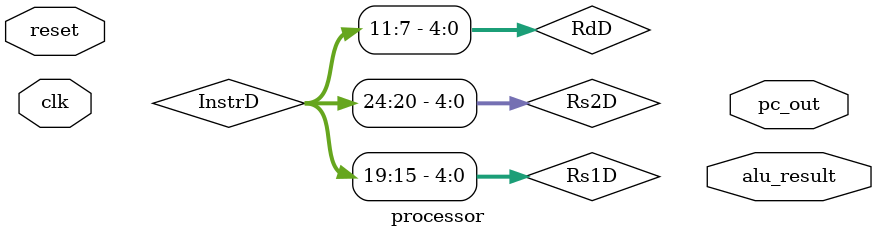
<source format=v>
`include "instruction_memory.v"
`include "control_unit.v"
`include "extend.v"
`include "register_file.v"
`include "alu.v"
`include "data_memory.v"
`include "hazard_unit.v"

module processor(output pc_out, alu_result,
                 input clk, reset
                );

    // fetch stage datapath signals
    reg [31:0] PCF;
    wire [31:0] PCFNext, PCPlus4F;
    wire [31:0] InstrF;

    // decode stage datapath signals
    reg [31:0] InstrD, PCD, PCPlus4D;
    wire [31:0] ImmExtD, RD1D, RD2D;
    wire [4:0] RdD;

    // execute stage datapath signals
    reg [31:0] RD1E, RD2E, PCE, ImmExtE, PCPlus4E;
    wire [31:0] SrcAE, SrcBE;
    reg [4:0] RdE;
    wire ZeroE, PCSrcE;
    wire [31:0] ALUResultE, PCTargetE, WriteDataE;

    // memory stage datapath signals
    reg [31:0] ALUResultM, WriteDataM, PCPlus4M;
    reg [4:0] RdM;
    wire [31:0] ReadDataM;

    // writeback stage datapath signals
    reg [31:0] ALUResultW, ReadDataW, PCPlus4W;
    reg [4:0] RdW;
    wire [31:0] ResultW;

    // decode stage control signals
    wire RegWriteD, MemWriteD, JumpD, BranchD, AluSrcD;
    wire [1:0] ALUOpD;
    wire [2:0] ALUControlD;
    wire [1:0] ResultSrcD, ImmSrcD;

    // execute stage control signals
    reg RegWriteE, MemWriteE, JumpE, BranchE, AluSrcE;
    reg [2:0] ALUControlE;
    reg [1:0] ResultSrcE;

    // memory stage control signals
    reg RegWriteM, MemWriteM;
    reg [1:0] ResultSrcM;

    // writeback stage control signals
    reg RegWriteW;
    reg [1:0] ResultSrcW;

    // hazard unit signals
    wire [5-1:0] Rs1D, Rs2D;
    reg [5-1:0] Rs1E, Rs2E;
    wire [1:0] ForwardAE, ForwardBE;
    wire lwStall, StallF, StallD;
    wire FlushD, FlushE;


    always @(posedge clk or posedge reset) begin
        // display datapath fetch signals
        $display($time, " PCFNext = %x  PCF = %x  PCPlus4F = %x  InstrF = %b PCSrcE = %b", PCFNext, PCF, PCPlus4F, InstrF, PCSrcE);

        if (reset) begin
            PCF <= 32'd0;
            InstrD <= 32'd0;

            
            // decode stage datapath signals update
            InstrD <= 32'd0;
            PCD <= 32'd0;
            PCPlus4D <= 32'd0;

            // execute stage datapath signals update
            RD1E <= 0;
            RD2E <= 0;
            RdE <= 0;
            PCE <= 0;
            Rs1E <= 0;
            Rs2E <= 0;

            // memory stage datapath signals update
            ALUResultM <= 0;
            WriteDataM <= 0;
            RdM <= 0;
            PCPlus4M <= 0;

            // writeback stage datapath signals update
            ALUResultW <= 0;
            ReadDataW <= 0;
            RdW <= 0;
            PCPlus4W <= 0;

            // execute stage control signals update
            RegWriteE <= 0;
            ResultSrcE <= 0;
            MemWriteE <= 0;
            JumpE <= 0;
            BranchE <= 0;
            ALUControlE <= 0;
            AluSrcE <= 0;

            // memory stage control signals update
            RegWriteM <= 0;
            ResultSrcM <= 0;
            MemWriteM <= 0;

            // writeback stage control signals
            RegWriteW <= 0;
            ResultSrcW <= 0;
        end
        else begin
            // writeback stage control signals
            RegWriteW <= RegWriteM;
            ResultSrcW <= ResultSrcM;

            // memory stage control signals update
            RegWriteM <= RegWriteE;
            ResultSrcM <= ResultSrcE;
            MemWriteM <= MemWriteE;

            // execute stage control signals update
            if (FlushE) begin
                RegWriteE <= 0;
                ResultSrcE <= 0;
                MemWriteE <= 0;
                JumpE <= 0;
                BranchE <= 0;
                ALUControlE <= 0;
                AluSrcE <= 0;                
            end
            else begin
                RegWriteE <= RegWriteD;
                ResultSrcE <= ResultSrcD;
                MemWriteE <= MemWriteD;
                JumpE <= JumpD;
                BranchE <= BranchD;
                ALUControlE <= ALUControlD;
                AluSrcE <= AluSrcD;
            end

            // writeback stage datapath signals update
            ALUResultW <= ALUResultM;
            ReadDataW <= ReadDataM;
            RdW <= RdM;
            PCPlus4W <= PCPlus4M;

            // memory stage datapath signals update
            ALUResultM <= ALUResultE;
            WriteDataM <= WriteDataE;
            RdM <= RdE;
            PCPlus4M <= PCPlus4E;

            // execute stage datapath signals update
            if (FlushE) begin
                RD1E <= 0;
                RD2E <= 0;
                RdE <= 0;
                ImmExtE <= 0;
                PCE <= 0;
                PCPlus4E <= 0;
                Rs1E <= 0;
                Rs2E <= 0;
            end 
            else begin
                RD1E <= RD1D;
                RD2E <= RD2D;
                RdE <= RdD;
                ImmExtE <= ImmExtD;
                PCE <= PCD;
                PCPlus4E <= PCPlus4D;
                Rs1E <= Rs1D;
                Rs2E <= Rs2D;
            end

            // decode stage datapath signals update
            if (~StallD) begin
                InstrD <= InstrF;
                PCD <= PCF;
                PCPlus4D <= PCPlus4F;
            end
            if (FlushD) begin
                InstrD <= 0;
                PCD <= 0;
                PCPlus4D <= 0;
            end

            if (~StallF)
                PCF <= PCFNext;
        end

        $display("PCD = %x  InstrD = %b  A1 = %d  A2 = %d  RdD = %d  JumpD = %d  BranchD = %d  RegWriteD = %b", 
                 PCD, InstrD, InstrD[19:15], InstrD[24:20], RdD, JumpD, BranchD, RegWriteD);
        $display("RD1D = %d  RD2D = %d  ImmExtD = %x  PCPlus4D = %x", RD1D, RD2D, ImmExtD, PCPlus4D);
        $display("RD1E = %d  RD2E = %d", RD1E, RD2E);
        $display("BranchE = %d  ZeroE = %d  AluSrcD = %d  JumpE = %d", BranchE, ZeroE, AluSrcD, JumpE);
        $display("PCE = %x  ImmExtE = %x  ALUResultE = %x  RegWriteE = %b  PCPlus4E = %x  WriteDataE = %d", 
                 PCE, ImmExtE, ALUResultE, RegWriteE, PCPlus4E, WriteDataE);
        $display("ALUResultM = %d  WriteDataM = %d  RdM = %d  PCPlus4M = %d  RegWriteM = %d", ALUResultM, WriteDataM, RdM, PCPlus4M, RegWriteM);
        $display("RegWriteW = %b  ResultSrcW = %d  ALUResultW = %d  ReadDataW = %d  PCPlus4W = %d  ResultW = %d  RdW = %d", 
                 RegWriteW, ResultSrcW, ALUResultW, ReadDataW, PCPlus4W, ResultW, RdW);
        $display("ForwardAE = %b  ForwardBE = %b  SrcAE = %d  SrcBE = %d  AluSrcE = %d  WriteDataE = %d", 
                 ForwardAE, ForwardBE, SrcAE, SrcBE, AluSrcE, WriteDataE);
        $display("PCSrcE = %b  lwStall = %b  StallF = %b  StallD = %b  FlushD = %b  FlushE = %b\n", PCSrcE, lwStall, StallF, StallD, FlushD, FlushE);
    end

    // program counter + 4
    assign PCPlus4F = PCF + 32'd4;


    // instruction memory
    /**
    * The instruction memory contains the instructions of the program that will run.
    */
    instruction_memory instr_mem(.pc(PCF), .instr(InstrF));


    // control unit
    /**
    * The control unit aims to control the signals of the computer to achieve a result
    * based on the current instruction. The control unit is the union of the main 
    * decoder and the alu decoder units.
    */

    main_decoder main_dec(.opcode(InstrD[6:0]), .reg_write(RegWriteD), 
                          .imm_src(ImmSrcD), .alu_src(AluSrcD), 
                          .mem_write(MemWriteD), .result_src(ResultSrcD[1:0]), 
                          .branch(BranchD), .alu_op(ALUOpD), .jump(JumpD));

    alu_decoder alu_dec(.alu_control(ALUControlD[2:0]),
                        .alu_op(ALUOpD),
                        .funct3(InstrD[14:12]),
                        .op5(InstrD[5]),
                        .funct7_5(InstrD[30]));


    // extend unit
    /**
    * The extend unit extends the signal of a number or add zeros to it.
    */

    extend ext(.imm_ext(ImmExtD), .imm_src(ImmSrcD), .instr(InstrD[31:7]));

    assign PCTargetE = PCE + ImmExtE;


    // operations on register file
    /**
    * The register file contains the registers of the processor;
    * it needs a clock, a write enable signal, the address from which
    * read data and where write data when enabled.
    */
    register_file reg_file(.clk(clk), .we(RegWriteW),
                           .a1(InstrD[19:15]), .a2(InstrD[24:20]), 
                           .a3(RdW), .wd3(ResultW),
                           .rd1(RD1D), .rd2(RD2D));

    assign RdD = InstrD[11:7];


    // ALU
    /**
    * The ALU is the part of the computer that do arithmetic and logic operations.
    */
    assign SrcAE = (ForwardAE[1] === 1) ? ALUResultM : (ForwardAE[0] === 1 ? ResultW : RD1E);
    assign SrcBE = (AluSrcE === 0) ? 
                   ((ForwardBE[1] === 1) ? ALUResultM : (ForwardBE[0] === 1 ? ResultW : RD2E)) :
                   ImmExtE;
    assign WriteDataE = (ForwardBE[1] === 1) ? ALUResultM : (ForwardBE[0] === 1 ? ResultW : RD2E);

    alu alu1 (.ALUResult(ALUResultE), .zero_flag(ZeroE), .SrcA(SrcAE),
              .SrcB(SrcBE), .ALUControl(ALUControlE));


    // If there is a condition to branch, the next PC value must be to the
    // instruction memory address appointed by the branching instruction.
    assign PCSrcE = (JumpE == 1'b1) ? 1'b1 : ((ZeroE == 1'b1 && BranchE == 1'b1) ? 1'b1 : 1'b0);
    assign PCTargetE = PCE + ImmExtE;
    assign PCFNext = (PCSrcE !== 1'b1) ? PCPlus4F : PCTargetE;


    // Data Memory
    /**
    * This is the main memory of the computer.
    */
    data_memory data_mem (.clk(clk), .write_enable(MemWriteM),
                          .adr(ALUResultM), .din(WriteDataM), .dout(ReadDataM));

    assign ResultW = (ResultSrcW[1] == 1'b1) ? PCPlus4W : (ResultSrcW[0] == 1'b0 ? ALUResultW : ReadDataW);


    assign Rs1D = InstrD[19:15];
    assign Rs2D = InstrD[24:20];
    hazard_unit haz_unit (.ForwardAE(ForwardAE),
                          .ForwardBE(ForwardBE),
                          .lwStall(lwStall),
                          .StallF(StallF),
                          .StallD(StallD),
                          .FlushD(FlushD),
                          .FlushE(FlushE),
                          .Rs1D(Rs1D),
                          .Rs2D(Rs2D),                          
                          .Rs1E(Rs1E),
                          .Rs2E(Rs2E),
                          .RdE(RdE),
                          .RdM(RdM),
                          .RdW(RdW),
                          .RegWriteM(RegWriteM),
                          .RegWriteW(RegWriteW),
                          .PCSrcE(PCSrcE),
                          .ResultSrcE0(ResultSrcE[0]));


endmodule
</source>
